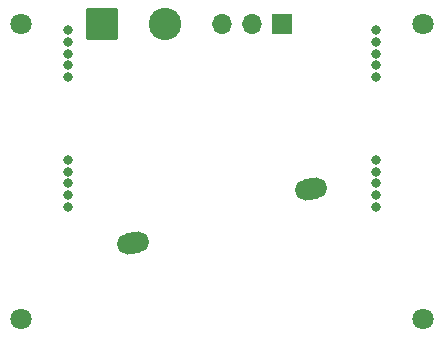
<source format=gbr>
%TF.GenerationSoftware,KiCad,Pcbnew,5.99.0-unknown-e61b1f03b8~131~ubuntu20.04.1*%
%TF.CreationDate,2021-08-02T15:41:02+00:00*%
%TF.ProjectId,beetleback_cg,62656574-6c65-4626-9163-6b5f63672e6b,2*%
%TF.SameCoordinates,PX5573000PY89ce520*%
%TF.FileFunction,Soldermask,Bot*%
%TF.FilePolarity,Negative*%
%FSLAX46Y46*%
G04 Gerber Fmt 4.6, Leading zero omitted, Abs format (unit mm)*
G04 Created by KiCad (PCBNEW 5.99.0-unknown-e61b1f03b8~131~ubuntu20.04.1) date 2021-08-02 15:41:02*
%MOMM*%
%LPD*%
G01*
G04 APERTURE LIST*
G04 Aperture macros list*
%AMRoundRect*
0 Rectangle with rounded corners*
0 $1 Rounding radius*
0 $2 $3 $4 $5 $6 $7 $8 $9 X,Y pos of 4 corners*
0 Add a 4 corners polygon primitive as box body*
4,1,4,$2,$3,$4,$5,$6,$7,$8,$9,$2,$3,0*
0 Add four circle primitives for the rounded corners*
1,1,$1+$1,$2,$3*
1,1,$1+$1,$4,$5*
1,1,$1+$1,$6,$7*
1,1,$1+$1,$8,$9*
0 Add four rect primitives between the rounded corners*
20,1,$1+$1,$2,$3,$4,$5,0*
20,1,$1+$1,$4,$5,$6,$7,0*
20,1,$1+$1,$6,$7,$8,$9,0*
20,1,$1+$1,$8,$9,$2,$3,0*%
%AMHorizOval*
0 Thick line with rounded ends*
0 $1 width*
0 $2 $3 position (X,Y) of the first rounded end (center of the circle)*
0 $4 $5 position (X,Y) of the second rounded end (center of the circle)*
0 Add line between two ends*
20,1,$1,$2,$3,$4,$5,0*
0 Add two circle primitives to create the rounded ends*
1,1,$1,$2,$3*
1,1,$1,$4,$5*%
G04 Aperture macros list end*
%ADD10HorizOval,1.800000X-0.441732X-0.085864X0.441732X0.085864X0*%
%ADD11C,0.800000*%
%ADD12C,1.800000*%
%ADD13RoundRect,0.250000X-1.125000X-1.125000X1.125000X-1.125000X1.125000X1.125000X-1.125000X1.125000X0*%
%ADD14C,2.750000*%
%ADD15R,1.700000X1.700000*%
%ADD16O,1.700000X1.700000*%
G04 APERTURE END LIST*
D10*
%TO.C,J4*%
X7500000Y13000000D03*
%TD*%
D11*
%TO.C,REF\u002A\u002A*%
X13000000Y22500000D03*
X13000000Y24500000D03*
X13000000Y23500000D03*
X13000000Y25500000D03*
X13000000Y26500000D03*
%TD*%
D12*
%TO.C,REF\u002A\u002A*%
X-17000000Y27000000D03*
%TD*%
%TO.C,REF\u002A\u002A*%
X-17000000Y2000000D03*
%TD*%
D11*
%TO.C,REF\u002A\u002A*%
X-13005000Y13500000D03*
X-13005000Y11500000D03*
X-13005000Y14500000D03*
X-13005000Y15500000D03*
X-13005000Y12500000D03*
%TD*%
%TO.C,REF\u002A\u002A*%
X-13005000Y23500000D03*
X-13005000Y22500000D03*
X-13005000Y25500000D03*
X-13005000Y26500000D03*
X-13005000Y24500000D03*
%TD*%
D13*
%TO.C,J2*%
X-10200000Y27000000D03*
D14*
X-4800000Y27000000D03*
%TD*%
D15*
%TO.C,J1*%
X5040000Y27000000D03*
D16*
X2500000Y27000000D03*
X-40000Y27000000D03*
%TD*%
D12*
%TO.C,REF\u002A\u002A*%
X17000000Y27000000D03*
%TD*%
D11*
%TO.C,REF\u002A\u002A*%
X13000000Y12500000D03*
X13000000Y11500000D03*
X13000000Y14500000D03*
X13000000Y15500000D03*
X13000000Y13500000D03*
%TD*%
D12*
%TO.C,REF\u002A\u002A*%
X17000000Y2000000D03*
%TD*%
D10*
%TO.C,J3*%
X-7500000Y8500000D03*
%TD*%
M02*

</source>
